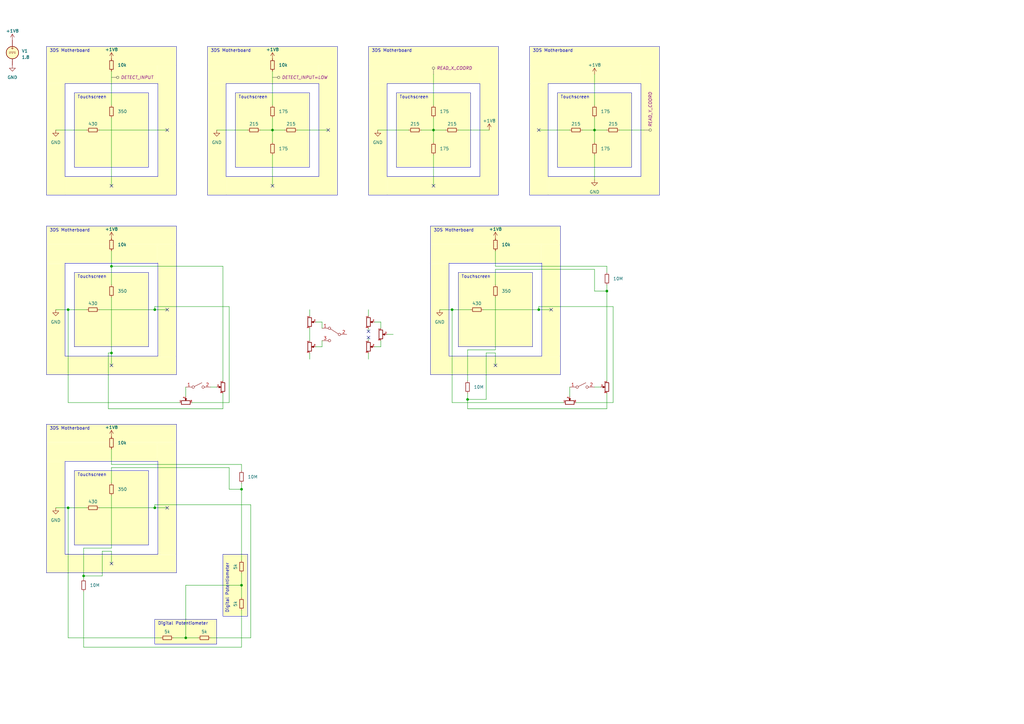
<source format=kicad_sch>
(kicad_sch (version 20230121) (generator eeschema)
  (paper "A3")
  (lib_symbols
    (symbol "Device:R_Potentiometer_Small" (pin_names (offset 1.016) hide)
      (property "Reference" "RV" (at -4.445 0 90))
      (property "Value" "R_Potentiometer_Small" (at -2.54 0 90))
      (symbol "R_Potentiometer_Small_0_1"
        (polyline (pts (xy 0.889 0) (xy 0.635 0) (xy 1.651 0.381) (xy 1.651 -0.381) (xy 0.635 0) (xy 0.889 0)) (fill (type outline)))
        (rectangle (start 0.762 1.8034) (end -0.762 -1.8034) (stroke (width 0.254)))
      )
      (symbol "R_Potentiometer_Small_1_1"
        (pin passive line (at 0 2.54 270) (length 0.635) (name "1") (number "1"))
        (pin passive line (at 2.54 0 180) (length 0.9906) (name "2") (number "2"))
        (pin passive line (at 0 -2.54 90) (length 0.635) (name "3") (number "3"))
      )
    )
    (symbol "Device:R_Small" (pin_numbers hide) (pin_names (offset 0.254) hide)
      (property "Reference" "R" (at 0.762 0.508 0))
      (property "Value" "R_Small" (at 0.762 -1.016 0))
      (symbol "R_Small_0_1"
        (rectangle (start -0.762 1.778) (end 0.762 -1.778) (stroke (width 0.2032)))
      )
      (symbol "R_Small_1_1"
        (pin passive line (at 0 2.54 270) (length 0.762) (name "~") (number "1"))
        (pin passive line (at 0 -2.54 90) (length 0.762) (name "~") (number "2"))
      )
    )
    (symbol "Simulation_SPICE:VDC" (pin_numbers hide) (pin_names (offset 0.0254))
      (property "Reference" "V" (at 2.54 2.54 0))
      (property "Value" "1" (at 2.54 0 0))
      (symbol "VDC_0_0"
        (polyline (pts (xy -1.27 0.254) (xy 1.27 0.254)))
        (polyline (pts (xy -0.762 -0.254) (xy -1.27 -0.254)))
        (polyline (pts (xy 0.254 -0.254) (xy -0.254 -0.254)))
        (polyline (pts (xy 1.27 -0.254) (xy 0.762 -0.254)))
        (text "+" (at 0 1.905 0) (effects (font (size 1.27 1.27))))
      )
      (symbol "VDC_0_1"
        (circle (center 0 0) (radius 2.54) (stroke (width 0.254)) (fill (type background)))
      )
      (symbol "VDC_1_1"
        (pin passive line (at 0 5.08 270) (length 2.54) (name "~") (number "1"))
        (pin passive line (at 0 -5.08 90) (length 2.54) (name "~") (number "2"))
      )
    )
    (symbol "Switch:SW_SPDT" (pin_names (offset 0) hide)
      (property "Reference" "SW" (at 0 4.318 0))
      (property "Value" "SW_SPDT" (at 0 -5.08 0))
      (symbol "SW_SPDT_0_0"
        (circle (center -2.032 0) (radius 0.508))
        (circle (center 2.032 -2.54) (radius 0.508))
      )
      (symbol "SW_SPDT_0_1"
        (polyline (pts (xy -1.524 0.254) (xy 1.651 2.286)))
        (circle (center 2.032 2.54) (radius 0.508))
      )
      (symbol "SW_SPDT_1_1"
        (pin passive line (at 5.08 2.54 180) (length 2.54) (name "A") (number "1"))
        (pin passive line (at -5.08 0 0) (length 2.54) (name "B") (number "2"))
        (pin passive line (at 5.08 -2.54 180) (length 2.54) (name "C") (number "3"))
      )
    )
    (symbol "Switch:SW_SPST" (pin_names (offset 0) hide)
      (property "Reference" "SW" (at 0 3.175 0))
      (property "Value" "SW_SPST" (at 0 -2.54 0))
      (symbol "SW_SPST_0_0"
        (circle (center -2.032 0) (radius 0.508))
        (polyline (pts (xy -1.524 0.254) (xy 1.524 1.778)))
        (circle (center 2.032 0) (radius 0.508))
      )
      (symbol "SW_SPST_1_1"
        (pin passive line (at -5.08 0 0) (length 2.54) (name "A") (number "1"))
        (pin passive line (at 5.08 0 180) (length 2.54) (name "B") (number "2"))
      )
    )
    (symbol "power:+1V8" (power) (pin_names (offset 0))
      (property "Value" "+1V8" (at 0 3.556 0))
      (symbol "+1V8_0_1"
        (polyline (pts (xy -0.762 1.27) (xy 0 2.54)))
        (polyline (pts (xy 0 0) (xy 0 2.54)))
        (polyline (pts (xy 0 2.54) (xy 0.762 1.27)))
      )
      (symbol "+1V8_1_1"
        (pin power_in line (at 0 0 90) (length 0) hide (name "+1V8") (number "1"))
      )
    )
    (symbol "power:GND" (power) (pin_names (offset 0))
      (property "Value" "GND" (at 0 -3.81 0))
      (symbol "GND_0_1"
        (polyline (pts (xy 0 0) (xy 0 -1.27) (xy 1.27 -1.27) (xy 0 -2.54) (xy -1.27 -1.27) (xy 0 -1.27)))
      )
      (symbol "GND_1_1"
        (pin power_in line (at 0 0 270) (length 0) hide (name "GND") (number "1"))
      )
    )
  )
  (junction (at 220.98 127))
  (junction (at 27.94 208.28))
  (junction (at 248.92 119.38))
  (junction (at 45.72 109.22))
  (junction (at 63.5 127))
  (junction (at 34.29 236.22))
  (junction (at 99.06 240.03))
  (junction (at 243.84 53.34))
  (junction (at 27.94 127))
  (junction (at 111.76 53.34))
  (junction (at 76.2 261.62))
  (junction (at 177.8 53.34))
  (junction (at 191.77 163.83))
  (junction (at 45.72 144.78))
  (junction (at 99.06 200.66))
  (junction (at 185.42 127))
  (junction (at 63.5 208.28))
  (no_connect (at 68.58 208.28))
  (no_connect (at 111.76 76.2))
  (no_connect (at 45.72 149.86))
  (no_connect (at 134.62 53.34))
  (no_connect (at 45.72 76.2))
  (no_connect (at 177.8 76.2))
  (no_connect (at 151.13 135.89))
  (no_connect (at 68.58 127))
  (no_connect (at 45.72 231.14))
  (no_connect (at 68.58 53.34))
  (no_connect (at 220.98 53.34))
  (no_connect (at 226.06 127))
  (no_connect (at 203.2 149.86))
  (no_connect (at 151.13 138.43))
  (wire (pts (xy 132.08 139.7) (xy 132.08 142.24)))
  (wire (pts (xy 76.2 261.62) (xy 81.28 261.62)))
  (wire (pts (xy 220.98 127) (xy 226.06 127)))
  (wire (pts (xy 233.68 158.75) (xy 233.68 162.56)))
  (wire (pts (xy 156.21 139.7) (xy 156.21 142.24)))
  (wire (pts (xy 191.77 163.83) (xy 199.39 163.83)))
  (wire (pts (xy 203.2 116.84) (xy 203.2 110.49)))
  (wire (pts (xy 99.06 200.66) (xy 93.98 200.66)))
  (wire (pts (xy 121.92 53.34) (xy 134.62 53.34)))
  (wire (pts (xy 132.08 142.24) (xy 129.54 142.24)))
  (wire (pts (xy 111.76 48.26) (xy 111.76 53.34)))
  (wire (pts (xy 248.92 116.84) (xy 248.92 119.38)))
  (wire (pts (xy 127 144.78) (xy 127 147.32)))
  (wire (pts (xy 27.94 165.1) (xy 73.66 165.1)))
  (wire (pts (xy 27.94 165.1) (xy 27.94 127)))
  (wire (pts (xy 172.72 53.34) (xy 177.8 53.34)))
  (wire (pts (xy 243.84 119.38) (xy 248.92 119.38)))
  (wire (pts (xy 99.06 190.5) (xy 99.06 193.04)))
  (wire (pts (xy 199.39 144.78) (xy 203.2 144.78)))
  (wire (pts (xy 63.5 207.01) (xy 63.5 208.28)))
  (wire (pts (xy 93.98 165.1) (xy 93.98 125.73)))
  (wire (pts (xy 34.29 224.79) (xy 34.29 236.22)))
  (wire (pts (xy 111.76 53.34) (xy 116.84 53.34)))
  (wire (pts (xy 199.39 144.78) (xy 199.39 163.83)))
  (wire (pts (xy 102.87 207.01) (xy 63.5 207.01)))
  (wire (pts (xy 78.74 165.1) (xy 93.98 165.1)))
  (wire (pts (xy 203.2 144.78) (xy 203.2 149.86)))
  (wire (pts (xy 151.13 144.78) (xy 151.13 147.32)))
  (wire (pts (xy 111.76 29.21) (xy 111.76 43.18)))
  (wire (pts (xy 203.2 121.92) (xy 203.2 143.51)))
  (wire (pts (xy 185.42 165.1) (xy 231.14 165.1)))
  (wire (pts (xy 45.72 184.15) (xy 45.72 190.5)))
  (wire (pts (xy 203.2 102.87) (xy 203.2 109.22)))
  (wire (pts (xy 185.42 165.1) (xy 185.42 127)))
  (wire (pts (xy 156.21 132.08) (xy 153.67 132.08)))
  (wire (pts (xy 76.2 158.75) (xy 76.2 162.56)))
  (wire (pts (xy 45.72 109.22) (xy 45.72 116.84)))
  (wire (pts (xy 185.42 127) (xy 193.04 127)))
  (wire (pts (xy 102.87 261.62) (xy 102.87 207.01)))
  (wire (pts (xy 151.13 138.43) (xy 151.13 139.7)))
  (wire (pts (xy 93.98 125.73) (xy 63.5 125.73)))
  (wire (pts (xy 93.98 200.66) (xy 93.98 191.77)))
  (wire (pts (xy 91.44 109.22) (xy 45.72 109.22)))
  (wire (pts (xy 34.29 242.57) (xy 34.29 265.43)))
  (wire (pts (xy 246.38 158.75) (xy 243.84 158.75)))
  (wire (pts (xy 243.84 53.34) (xy 248.92 53.34)))
  (wire (pts (xy 151.13 135.89) (xy 151.13 134.62)))
  (wire (pts (xy 45.72 191.77) (xy 45.72 198.12)))
  (wire (pts (xy 71.12 261.62) (xy 76.2 261.62)))
  (wire (pts (xy 248.92 161.29) (xy 248.92 167.64)))
  (wire (pts (xy 99.06 200.66) (xy 99.06 229.87)))
  (wire (pts (xy 63.5 127) (xy 68.58 127)))
  (wire (pts (xy 40.64 53.34) (xy 68.58 53.34)))
  (wire (pts (xy 63.5 125.73) (xy 63.5 127)))
  (wire (pts (xy 127 127) (xy 127 129.54)))
  (wire (pts (xy 177.8 48.26) (xy 177.8 53.34)))
  (wire (pts (xy 22.86 208.28) (xy 27.94 208.28)))
  (wire (pts (xy 27.94 208.28) (xy 35.56 208.28)))
  (wire (pts (xy 88.9 53.34) (xy 101.6 53.34)))
  (wire (pts (xy 27.94 127) (xy 35.56 127)))
  (wire (pts (xy 191.77 163.83) (xy 191.77 167.64)))
  (wire (pts (xy 248.92 109.22) (xy 248.92 111.76)))
  (wire (pts (xy 154.94 53.34) (xy 167.64 53.34)))
  (wire (pts (xy 45.72 29.21) (xy 45.72 43.18)))
  (wire (pts (xy 132.08 134.62) (xy 132.08 132.08)))
  (wire (pts (xy 106.68 53.34) (xy 111.76 53.34)))
  (wire (pts (xy 34.29 236.22) (xy 34.29 237.49)))
  (wire (pts (xy 44.45 144.78) (xy 45.72 144.78)))
  (wire (pts (xy 27.94 261.62) (xy 27.94 208.28)))
  (wire (pts (xy 111.76 63.5) (xy 111.76 76.2)))
  (wire (pts (xy 86.36 261.62) (xy 102.87 261.62)))
  (wire (pts (xy 243.84 63.5) (xy 243.84 73.66)))
  (wire (pts (xy 22.86 127) (xy 27.94 127)))
  (wire (pts (xy 99.06 190.5) (xy 45.72 190.5)))
  (wire (pts (xy 41.91 226.06) (xy 41.91 236.22)))
  (wire (pts (xy 236.22 165.1) (xy 251.46 165.1)))
  (wire (pts (xy 187.96 53.34) (xy 200.66 53.34)))
  (wire (pts (xy 91.44 167.64) (xy 44.45 167.64)))
  (wire (pts (xy 40.64 208.28) (xy 63.5 208.28)))
  (wire (pts (xy 45.72 102.87) (xy 45.72 109.22)))
  (wire (pts (xy 91.44 161.29) (xy 91.44 167.64)))
  (wire (pts (xy 63.5 208.28) (xy 68.58 208.28)))
  (wire (pts (xy 40.64 127) (xy 63.5 127)))
  (wire (pts (xy 76.2 240.03) (xy 76.2 261.62)))
  (wire (pts (xy 22.86 53.34) (xy 35.56 53.34)))
  (wire (pts (xy 34.29 236.22) (xy 41.91 236.22)))
  (wire (pts (xy 251.46 125.73) (xy 220.98 125.73)))
  (wire (pts (xy 45.72 144.78) (xy 45.72 149.86)))
  (wire (pts (xy 132.08 132.08) (xy 129.54 132.08)))
  (wire (pts (xy 191.77 161.29) (xy 191.77 163.83)))
  (wire (pts (xy 251.46 165.1) (xy 251.46 125.73)))
  (wire (pts (xy 191.77 167.64) (xy 248.92 167.64)))
  (wire (pts (xy 34.29 265.43) (xy 99.06 265.43)))
  (wire (pts (xy 44.45 167.64) (xy 44.45 144.78)))
  (wire (pts (xy 99.06 250.19) (xy 99.06 265.43)))
  (wire (pts (xy 45.72 121.92) (xy 45.72 144.78)))
  (wire (pts (xy 177.8 53.34) (xy 177.8 58.42)))
  (wire (pts (xy 156.21 142.24) (xy 153.67 142.24)))
  (wire (pts (xy 177.8 53.34) (xy 182.88 53.34)))
  (wire (pts (xy 99.06 240.03) (xy 99.06 234.95)))
  (wire (pts (xy 88.9 158.75) (xy 86.36 158.75)))
  (wire (pts (xy 127 134.62) (xy 127 139.7)))
  (wire (pts (xy 243.84 30.48) (xy 243.84 43.18)))
  (wire (pts (xy 203.2 143.51) (xy 191.77 143.51)))
  (wire (pts (xy 220.98 53.34) (xy 233.68 53.34)))
  (wire (pts (xy 27.94 261.62) (xy 66.04 261.62)))
  (wire (pts (xy 151.13 127) (xy 151.13 129.54)))
  (wire (pts (xy 198.12 127) (xy 220.98 127)))
  (wire (pts (xy 99.06 198.12) (xy 99.06 200.66)))
  (wire (pts (xy 254 53.34) (xy 264.16 53.34)))
  (wire (pts (xy 203.2 110.49) (xy 243.84 110.49)))
  (wire (pts (xy 93.98 191.77) (xy 45.72 191.77)))
  (wire (pts (xy 45.72 203.2) (xy 45.72 224.79)))
  (wire (pts (xy 238.76 53.34) (xy 243.84 53.34)))
  (wire (pts (xy 243.84 110.49) (xy 243.84 119.38)))
  (wire (pts (xy 191.77 143.51) (xy 191.77 156.21)))
  (wire (pts (xy 220.98 125.73) (xy 220.98 127)))
  (wire (pts (xy 248.92 119.38) (xy 248.92 156.21)))
  (wire (pts (xy 41.91 226.06) (xy 45.72 226.06)))
  (wire (pts (xy 156.21 134.62) (xy 156.21 132.08)))
  (wire (pts (xy 76.2 240.03) (xy 99.06 240.03)))
  (wire (pts (xy 45.72 48.26) (xy 45.72 76.2)))
  (wire (pts (xy 111.76 53.34) (xy 111.76 58.42)))
  (wire (pts (xy 180.34 127) (xy 185.42 127)))
  (wire (pts (xy 177.8 63.5) (xy 177.8 76.2)))
  (wire (pts (xy 45.72 224.79) (xy 34.29 224.79)))
  (wire (pts (xy 243.84 53.34) (xy 243.84 58.42)))
  (wire (pts (xy 177.8 30.48) (xy 177.8 43.18)))
  (wire (pts (xy 99.06 240.03) (xy 99.06 245.11)))
  (wire (pts (xy 91.44 109.22) (xy 91.44 156.21)))
  (wire (pts (xy 243.84 48.26) (xy 243.84 53.34)))
  (wire (pts (xy 248.92 109.22) (xy 203.2 109.22)))
  (wire (pts (xy 158.75 137.16) (xy 161.29 137.16)))
  (wire (pts (xy 45.72 226.06) (xy 45.72 231.14)))
  (rectangle (start 19.05 107.95) (end 26.67 153.67) (stroke (width -0.0001)) (fill (type color) (color 255 255 194 1)))
  (rectangle (start 26.67 146.05) (end 72.39 153.67) (stroke (width -0.0001)) (fill (type color) (color 255 255 194 1)))
  (rectangle (start 176.53 92.71) (end 229.87 100.33) (stroke (width -0.0001)) (fill (type color) (color 255 255 194 1)))
  (rectangle (start 64.77 181.61) (end 72.39 227.33) (stroke (width -0.0001)) (fill (type color) (color 255 255 194 1)))
  (rectangle (start 158.75 34.29) (end 196.85 72.39))
  (rectangle (start 63.5 254) (end 88.9 264.16) (fill (type color) (color 255 255 194 1)))
  (rectangle (start 26.67 34.29) (end 64.77 72.39))
  (rectangle (start 151.13 19.05) (end 204.47 26.67) (stroke (width -0.0001)) (fill (type color) (color 255 255 194 1)))
  (rectangle (start 19.05 19.05) (end 72.39 26.67) (stroke (width -0.0001)) (fill (type color) (color 255 255 194 1)))
  (rectangle (start 85.09 19.05) (end 138.43 80.01))
  (rectangle (start 92.71 34.29) (end 130.81 72.39))
  (rectangle (start 30.48 111.76) (end 60.96 142.24) (fill (type color) (color 255 255 194 1)))
  (rectangle (start 85.09 34.29) (end 92.71 80.01) (stroke (width -0.0001)) (fill (type color) (color 255 255 194 1)))
  (rectangle (start 224.79 34.29) (end 262.89 72.39))
  (rectangle (start 176.53 107.95) (end 184.15 153.67) (stroke (width -0.0001)) (fill (type color) (color 255 255 194 1)))
  (rectangle (start 19.05 34.29) (end 26.67 80.01) (stroke (width -0.0001)) (fill (type color) (color 255 255 194 1)))
  (rectangle (start 19.05 26.67) (end 64.77 34.29) (stroke (width -0.0001)) (fill (type color) (color 255 255 194 1)))
  (rectangle (start 64.77 26.67) (end 72.39 72.39) (stroke (width -0.0001)) (fill (type color) (color 255 255 194 1)))
  (rectangle (start 217.17 19.05) (end 270.51 80.01))
  (rectangle (start 92.71 72.39) (end 138.43 80.01) (stroke (width -0.0001)) (fill (type color) (color 255 255 194 1)))
  (rectangle (start 158.75 72.39) (end 204.47 80.01) (stroke (width -0.0001)) (fill (type color) (color 255 255 194 1)))
  (rectangle (start 19.05 92.71) (end 72.39 100.33) (stroke (width -0.0001)) (fill (type color) (color 255 255 194 1)))
  (rectangle (start 217.17 19.05) (end 270.51 26.67) (stroke (width -0.0001)) (fill (type color) (color 255 255 194 1)))
  (rectangle (start 176.53 100.33) (end 222.25 107.95) (stroke (width -0.0001)) (fill (type color) (color 255 255 194 1)))
  (rectangle (start 262.89 26.67) (end 270.51 72.39) (stroke (width -0.0001)) (fill (type color) (color 255 255 194 1)))
  (rectangle (start 184.15 146.05) (end 229.87 153.67) (stroke (width -0.0001)) (fill (type color) (color 255 255 194 1)))
  (rectangle (start 26.67 189.23) (end 64.77 227.33))
  (rectangle (start 130.81 26.67) (end 138.43 72.39) (stroke (width -0.0001)) (fill (type color) (color 255 255 194 1)))
  (rectangle (start 187.96 111.76) (end 218.44 142.24) (fill (type color) (color 255 255 194 1)))
  (rectangle (start 19.05 181.61) (end 64.77 189.23) (stroke (width -0.0001)) (fill (type color) (color 255 255 194 1)))
  (rectangle (start 217.17 26.67) (end 262.89 34.29) (stroke (width -0.0001)) (fill (type color) (color 255 255 194 1)))
  (rectangle (start 96.52 38.1) (end 127 68.58) (fill (type color) (color 255 255 194 1)))
  (rectangle (start 162.56 38.1) (end 193.04 68.58) (fill (type color) (color 255 255 194 1)))
  (rectangle (start 30.48 38.1) (end 60.96 68.58) (fill (type color) (color 255 255 194 1)))
  (rectangle (start 85.09 19.05) (end 138.43 26.67) (stroke (width -0.0001)) (fill (type color) (color 255 255 194 1)))
  (rectangle (start 228.6 38.1) (end 259.08 68.58) (fill (type color) (color 255 255 194 1)))
  (rectangle (start 26.67 107.95) (end 64.77 146.05))
  (rectangle (start 224.79 72.39) (end 270.51 80.01) (stroke (width -0.0001)) (fill (type color) (color 255 255 194 1)))
  (rectangle (start 19.05 19.05) (end 72.39 80.01))
  (rectangle (start 64.77 100.33) (end 72.39 146.05) (stroke (width -0.0001)) (fill (type color) (color 255 255 194 1)))
  (rectangle (start 222.25 100.33) (end 229.87 146.05) (stroke (width -0.0001)) (fill (type color) (color 255 255 194 1)))
  (rectangle (start 19.05 173.99) (end 72.39 181.61) (stroke (width -0.0001)) (fill (type color) (color 255 255 194 1)))
  (rectangle (start 91.44 227.33) (end 101.6 252.73) (fill (type color) (color 255 255 194 1)))
  (rectangle (start 217.17 34.29) (end 224.79 80.01) (stroke (width -0.0001)) (fill (type color) (color 255 255 194 1)))
  (rectangle (start 30.48 193.04) (end 60.96 223.52) (fill (type color) (color 255 255 194 1)))
  (rectangle (start 184.15 107.95) (end 222.25 146.05))
  (rectangle (start 151.13 26.67) (end 196.85 34.29) (stroke (width -0.0001)) (fill (type color) (color 255 255 194 1)))
  (rectangle (start 26.67 227.33) (end 72.39 234.95) (stroke (width -0.0001)) (fill (type color) (color 255 255 194 1)))
  (rectangle (start 196.85 26.67) (end 204.47 72.39) (stroke (width -0.0001)) (fill (type color) (color 255 255 194 1)))
  (rectangle (start 151.13 19.05) (end 204.47 80.01))
  (rectangle (start 19.05 100.33) (end 64.77 107.95) (stroke (width -0.0001)) (fill (type color) (color 255 255 194 1)))
  (rectangle (start 19.05 173.99) (end 72.39 234.95))
  (rectangle (start 19.05 189.23) (end 26.67 234.95) (stroke (width -0.0001)) (fill (type color) (color 255 255 194 1)))
  (rectangle (start 19.05 92.71) (end 72.39 153.67))
  (rectangle (start 151.13 34.29) (end 158.75 80.01) (stroke (width -0.0001)) (fill (type color) (color 255 255 194 1)))
  (rectangle (start 85.09 26.67) (end 130.81 34.29) (stroke (width -0.0001)) (fill (type color) (color 255 255 194 1)))
  (rectangle (start 176.53 92.71) (end 229.87 153.67))
  (rectangle (start 26.67 72.39) (end 72.39 80.01) (stroke (width -0.0001)) (fill (type color) (color 255 255 194 1)))
  (text "3DS Motherboard" (at 20.32 176.53 0) (effects (font (size 1.27 1.27)) (justify left bottom)))
  (text "Touchscreen" (at 189.23 114.3 0) (effects (font (size 1.27 1.27)) (justify left bottom)))
  (text "3DS Motherboard" (at 152.4 21.59 0) (effects (font (size 1.27 1.27)) (justify left bottom)))
  (text "Touchscreen" (at 229.87 40.64 0) (effects (font (size 1.27 1.27)) (justify left bottom)))
  (text "Touchscreen" (at 31.75 40.64 0) (effects (font (size 1.27 1.27)) (justify left bottom)))
  (text "Digital Potentiometer" (at 93.98 251.46 90) (effects (font (size 1.27 1.27)) (justify left bottom)))
  (text "3DS Motherboard" (at 86.36 21.59 0) (effects (font (size 1.27 1.27)) (justify left bottom)))
  (text "3DS Motherboard" (at 218.44 21.59 0) (effects (font (size 1.27 1.27)) (justify left bottom)))
  (text "Touchscreen" (at 31.75 114.3 0) (effects (font (size 1.27 1.27)) (justify left bottom)))
  (text "Touchscreen" (at 31.75 195.58 0) (effects (font (size 1.27 1.27)) (justify left bottom)))
  (text "3DS Motherboard" (at 20.32 21.59 0) (effects (font (size 1.27 1.27)) (justify left bottom)))
  (text "3DS Motherboard" (at 177.8 95.25 0) (effects (font (size 1.27 1.27)) (justify left bottom)))
  (text "Touchscreen" (at 97.79 40.64 0) (effects (font (size 1.27 1.27)) (justify left bottom)))
  (text "Touchscreen" (at 163.83 40.64 0) (effects (font (size 1.27 1.27)) (justify left bottom)))
  (text "Digital Potentiometer" (at 64.77 256.54 0) (effects (font (size 1.27 1.27)) (justify left bottom)))
  (text "3DS Motherboard" (at 20.32 95.25 0) (effects (font (size 1.27 1.27)) (justify left bottom)))
  (netclass_flag "" (length 2.54) (shape round) (at 177.8 30.48 0) (property "Netclass" "READ_X_COORD" (at 179.07 27.94 0) (effects (font italic) (justify left))))
  (netclass_flag "" (length 2.54) (shape round) (at 264.16 53.34 270) (property "Netclass" "READ_Y_COORD" (at 266.7 52.07 90) (effects (font italic) (justify left))))
  (netclass_flag "" (length 2.54) (shape round) (at 45.72 31.75 270) (property "Netclass" "DETECT_INPUT" (at 49.53 31.75 0) (effects (font italic) (justify left))))
  (netclass_flag "" (length 2.54) (shape round) (at 111.76 31.75 270) (property "Netclass" "DETECT_INPUT=LOW" (at 115.57 31.75 0) (effects (font italic) (justify left))))
  (symbol (lib_id "power:+1V8") (at 45.72 24.13 0) (unit 1)
    (property "Reference" "#PWR05" (effects hide))
    (property "Value" "+1V8" (at 45.72 20.32 0))
  )
  (symbol (lib_id "Device:R_Small") (at 203.2 119.38 180) (unit 1)
    (property "Reference" "R9" (effects hide))
    (property "Value" "350" (at 205.74 119.38 0) (effects (justify right)))
  )
  (symbol (lib_id "power:+1V8") (at 111.76 24.13 0) (unit 1)
    (property "Reference" "#PWR08" (effects hide))
    (property "Value" "+1V8" (at 111.76 20.32 0))
  )
  (symbol (lib_id "Device:R_Small") (at 195.58 127 90) (unit 1)
    (property "Reference" "R7" (effects hide))
    (property "Value" "430" (at 195.58 124.46 90))
  )
  (symbol (lib_id "Device:R_Potentiometer_Small") (at 151.13 132.08 0) (unit 1)
    (property "Reference" "RV1" (effects hide))
    (property "Value" "R_Potentiometer_Small" (effects hide))
    (property "Sim.Enable" "0" (effects hide))
  )
  (symbol (lib_id "Device:R_Small") (at 248.92 114.3 180) (unit 1)
    (property "Reference" "R10" (effects hide))
    (property "Value" "10M" (at 251.46 114.3 0) (effects (justify right)))
  )
  (symbol (lib_id "Switch:SW_SPST") (at 238.76 158.75 0) (unit 1)
    (property "Reference" "SW4" (effects hide))
    (property "Value" "0" (effects hide))
    (property "Sim.Device" "R" (effects hide))
    (property "Sim.Pins" "1=+ 2=-" (effects hide))
    (property "Sim.Params" "r=0" (effects hide))
  )
  (symbol (lib_id "Device:R_Small") (at 243.84 60.96 180) (unit 1)
    (property "Reference" "R22" (effects hide))
    (property "Value" "175" (at 246.38 60.96 0) (effects (justify right)))
  )
  (symbol (lib_id "power:+1V8") (at 45.72 179.07 0) (unit 1)
    (property "Reference" "#PWR014" (effects hide))
    (property "Value" "+1V8" (at 45.72 175.26 0))
  )
  (symbol (lib_id "power:GND") (at 22.86 127 0) (unit 1)
    (property "Reference" "#PWR04" (effects hide))
    (property "Value" "GND" (at 22.86 132.08 0))
  )
  (symbol (lib_id "Device:R_Small") (at 34.29 240.03 180) (unit 1)
    (property "Reference" "R33" (effects hide))
    (property "Value" "10M" (at 36.83 240.03 0) (effects (justify right)))
  )
  (symbol (lib_id "Device:R_Small") (at 203.2 100.33 0) (unit 1)
    (property "Reference" "R8" (effects hide))
    (property "Value" "10k" (at 205.74 100.33 0) (effects (justify left)))
  )
  (symbol (lib_id "Device:R_Small") (at 45.72 100.33 0) (unit 1)
    (property "Reference" "R5" (effects hide))
    (property "Value" "10k" (at 48.26 100.33 0) (effects (justify left)))
  )
  (symbol (lib_id "Device:R_Small") (at 119.38 53.34 90) (unit 1)
    (property "Reference" "R15" (effects hide))
    (property "Value" "215" (at 119.38 50.8 90))
  )
  (symbol (lib_id "Device:R_Small") (at 99.06 232.41 180) (unit 1)
    (property "Reference" "R29" (effects hide))
    (property "Value" "5k" (at 96.52 232.41 90))
  )
  (symbol (lib_id "Device:R_Small") (at 38.1 127 90) (unit 1)
    (property "Reference" "R2" (effects hide))
    (property "Value" "430" (at 38.1 124.46 90))
  )
  (symbol (lib_id "Device:R_Small") (at 45.72 26.67 0) (unit 1)
    (property "Reference" "R3" (effects hide))
    (property "Value" "10k" (at 48.26 26.67 0) (effects (justify left)))
  )
  (symbol (lib_id "Device:R_Small") (at 185.42 53.34 90) (unit 1)
    (property "Reference" "R19" (effects hide))
    (property "Value" "215" (at 185.42 50.8 90))
  )
  (symbol (lib_id "Device:R_Potentiometer_Small") (at 233.68 165.1 90) (unit 1)
    (property "Reference" "RV8" (effects hide))
    (property "Value" "R_Potentiometer_Small" (effects hide))
    (property "Sim.Enable" "0" (effects hide))
  )
  (symbol (lib_id "Device:R_Small") (at 68.58 261.62 90) (unit 1)
    (property "Reference" "R27" (effects hide))
    (property "Value" "5k" (at 68.58 259.08 90))
  )
  (symbol (lib_id "power:GND") (at 180.34 127 0) (unit 1)
    (property "Reference" "#PWR015" (effects hide))
    (property "Value" "GND" (at 180.34 132.08 0))
  )
  (symbol (lib_id "Device:R_Potentiometer_Small") (at 76.2 165.1 90) (unit 1)
    (property "Reference" "RV7" (effects hide))
    (property "Value" "R_Potentiometer_Small" (effects hide))
    (property "Sim.Enable" "0" (effects hide))
  )
  (symbol (lib_id "Device:R_Small") (at 45.72 119.38 180) (unit 1)
    (property "Reference" "R6" (effects hide))
    (property "Value" "350" (at 48.26 119.38 0) (effects (justify right)))
  )
  (symbol (lib_id "power:+1V8") (at 243.84 30.48 0) (unit 1)
    (property "Reference" "#PWR011" (effects hide))
    (property "Value" "+1V8" (at 243.84 26.67 0))
  )
  (symbol (lib_id "Device:R_Potentiometer_Small") (at 156.21 137.16 0) (unit 1)
    (property "Reference" "RV2" (effects hide))
    (property "Value" "R_Potentiometer_Small" (effects hide))
    (property "Sim.Enable" "0" (effects hide))
  )
  (symbol (lib_id "Device:R_Small") (at 236.22 53.34 90) (unit 1)
    (property "Reference" "R20" (effects hide))
    (property "Value" "215" (at 236.22 50.8 90))
  )
  (symbol (lib_id "Switch:SW_SPST") (at 81.28 158.75 0) (unit 1)
    (property "Reference" "SW1" (effects hide))
    (property "Value" "0" (effects hide))
    (property "Sim.Device" "R" (effects hide))
    (property "Sim.Pins" "1=+ 2=-" (effects hide))
    (property "Sim.Params" "r=0" (effects hide))
  )
  (symbol (lib_id "Device:R_Small") (at 45.72 200.66 180) (unit 1)
    (property "Reference" "R26" (effects hide))
    (property "Value" "350" (at 48.26 200.66 0) (effects (justify right)))
  )
  (symbol (lib_id "Device:R_Small") (at 111.76 45.72 180) (unit 1)
    (property "Reference" "R13" (effects hide))
    (property "Value" "175" (at 114.3 45.72 0) (effects (justify right)))
  )
  (symbol (lib_id "power:GND") (at 22.86 53.34 0) (unit 1)
    (property "Reference" "#PWR03" (effects hide))
    (property "Value" "GND" (at 22.86 58.42 0))
  )
  (symbol (lib_id "Device:R_Small") (at 45.72 45.72 180) (unit 1)
    (property "Reference" "R4" (effects hide))
    (property "Value" "350" (at 48.26 45.72 0) (effects (justify right)))
  )
  (symbol (lib_id "Simulation_SPICE:VDC") (at 5.08 21.59 0) (unit 1)
    (property "Reference" "V1" (at 8.89 20.9192 0) (effects (justify left)))
    (property "Value" "1.8" (at 8.89 23.4592 0) (effects (justify left)))
    (property "Sim.Pins" "1=+ 2=-" (effects hide))
    (property "Sim.Type" "DC" (effects hide))
    (property "Sim.Device" "V" (effects hide))
  )
  (symbol (lib_id "Device:R_Small") (at 243.84 45.72 180) (unit 1)
    (property "Reference" "R21" (effects hide))
    (property "Value" "175" (at 246.38 45.72 0) (effects (justify right)))
  )
  (symbol (lib_id "Device:R_Small") (at 99.06 247.65 180) (unit 1)
    (property "Reference" "R30" (effects hide))
    (property "Value" "5k" (at 96.52 247.65 90))
  )
  (symbol (lib_id "Device:R_Small") (at 111.76 26.67 0) (unit 1)
    (property "Reference" "R12" (effects hide))
    (property "Value" "10k" (at 114.3 26.67 0) (effects (justify left)))
  )
  (symbol (lib_id "Device:R_Potentiometer_Small") (at 127 132.08 0) (unit 1)
    (property "Reference" "RV4" (effects hide))
    (property "Value" "R_Potentiometer_Small" (effects hide))
    (property "Sim.Enable" "0" (effects hide))
  )
  (symbol (lib_id "power:GND") (at 154.94 53.34 0) (unit 1)
    (property "Reference" "#PWR09" (effects hide))
    (property "Value" "GND" (at 154.94 58.42 0))
  )
  (symbol (lib_id "power:GND") (at 5.08 26.67 0) (unit 1)
    (property "Reference" "#PWR02" (effects hide))
    (property "Value" "GND" (at 5.08 31.75 0))
  )
  (symbol (lib_id "Device:R_Potentiometer_Small") (at 127 142.24 0) (unit 1)
    (property "Reference" "RV5" (effects hide))
    (property "Value" "R_Potentiometer_Small" (effects hide))
    (property "Sim.Enable" "0" (effects hide))
  )
  (symbol (lib_id "power:GND") (at 88.9 53.34 0) (unit 1)
    (property "Reference" "#PWR07" (effects hide))
    (property "Value" "GND" (at 88.9 58.42 0))
  )
  (symbol (lib_id "Device:R_Small") (at 38.1 208.28 90) (unit 1)
    (property "Reference" "R24" (effects hide))
    (property "Value" "430" (at 38.1 205.74 90))
  )
  (symbol (lib_id "Device:R_Small") (at 111.76 60.96 180) (unit 1)
    (property "Reference" "R14" (effects hide))
    (property "Value" "175" (at 114.3 60.96 0) (effects (justify right)))
  )
  (symbol (lib_id "Switch:SW_SPDT") (at 137.16 137.16 0) (mirror y) (unit 1)
    (property "Reference" "SW2" (effects hide))
    (property "Value" "SW_SPDT" (effects hide))
    (property "Sim.Enable" "0" (effects hide))
  )
  (symbol (lib_id "power:+1V8") (at 5.08 16.51 0) (unit 1)
    (property "Reference" "#PWR01" (effects hide))
    (property "Value" "+1V8" (at 5.08 12.7 0))
  )
  (symbol (lib_id "power:+1V8") (at 203.2 97.79 0) (unit 1)
    (property "Reference" "#PWR016" (effects hide))
    (property "Value" "+1V8" (at 203.2 93.98 0))
  )
  (symbol (lib_id "Device:R_Small") (at 104.14 53.34 90) (unit 1)
    (property "Reference" "R11" (effects hide))
    (property "Value" "215" (at 104.14 50.8 90))
  )
  (symbol (lib_id "power:+1V8") (at 200.66 53.34 0) (unit 1)
    (property "Reference" "#PWR010" (effects hide))
    (property "Value" "+1V8" (at 200.66 49.53 0))
  )
  (symbol (lib_id "power:GND") (at 22.86 208.28 0) (unit 1)
    (property "Reference" "#PWR013" (effects hide))
    (property "Value" "GND" (at 22.86 213.36 0))
  )
  (symbol (lib_id "Device:R_Small") (at 170.18 53.34 90) (unit 1)
    (property "Reference" "R16" (effects hide))
    (property "Value" "215" (at 170.18 50.8 90))
  )
  (symbol (lib_id "Device:R_Small") (at 191.77 158.75 180) (unit 1)
    (property "Reference" "R31" (effects hide))
    (property "Value" "10M" (at 194.31 158.75 0) (effects (justify right)))
  )
  (symbol (lib_id "Device:R_Small") (at 83.82 261.62 90) (unit 1)
    (property "Reference" "R28" (effects hide))
    (property "Value" "5k" (at 83.82 259.08 90))
  )
  (symbol (lib_id "Device:R_Small") (at 38.1 53.34 90) (unit 1)
    (property "Reference" "R1" (effects hide))
    (property "Value" "430" (at 38.1 50.8 90))
  )
  (symbol (lib_id "Device:R_Potentiometer_Small") (at 91.44 158.75 0) (mirror y) (unit 1)
    (property "Reference" "RV6" (effects hide))
    (property "Value" "R_Potentiometer_Small" (effects hide))
    (property "Sim.Enable" "0" (effects hide))
  )
  (symbol (lib_id "Device:R_Small") (at 251.46 53.34 90) (unit 1)
    (property "Reference" "R23" (effects hide))
    (property "Value" "215" (at 251.46 50.8 90))
  )
  (symbol (lib_id "Device:R_Small") (at 45.72 181.61 0) (unit 1)
    (property "Reference" "R25" (effects hide))
    (property "Value" "10k" (at 48.26 181.61 0) (effects (justify left)))
  )
  (symbol (lib_id "power:+1V8") (at 45.72 97.79 0) (unit 1)
    (property "Reference" "#PWR06" (effects hide))
    (property "Value" "+1V8" (at 45.72 93.98 0))
  )
  (symbol (lib_id "Device:R_Potentiometer_Small") (at 248.92 158.75 0) (mirror y) (unit 1)
    (property "Reference" "RV9" (effects hide))
    (property "Value" "R_Potentiometer_Small" (effects hide))
    (property "Sim.Enable" "0" (effects hide))
  )
  (symbol (lib_id "Device:R_Potentiometer_Small") (at 151.13 142.24 0) (unit 1)
    (property "Reference" "RV3" (effects hide))
    (property "Value" "R_Potentiometer_Small" (effects hide))
    (property "Sim.Enable" "0" (effects hide))
  )
  (symbol (lib_id "Device:R_Small") (at 177.8 60.96 180) (unit 1)
    (property "Reference" "R18" (effects hide))
    (property "Value" "175" (at 180.34 60.96 0) (effects (justify right)))
  )
  (symbol (lib_id "Device:R_Small") (at 99.06 195.58 180) (unit 1)
    (property "Reference" "R32" (effects hide))
    (property "Value" "10M" (at 101.6 195.58 0) (effects (justify right)))
  )
  (symbol (lib_id "power:GND") (at 243.84 73.66 0) (unit 1)
    (property "Reference" "#PWR012" (effects hide))
    (property "Value" "GND" (at 243.84 78.74 0))
  )
  (symbol (lib_id "Device:R_Small") (at 177.8 45.72 180) (unit 1)
    (property "Reference" "R17" (effects hide))
    (property "Value" "175" (at 180.34 45.72 0) (effects (justify right)))
  )
)
</source>
